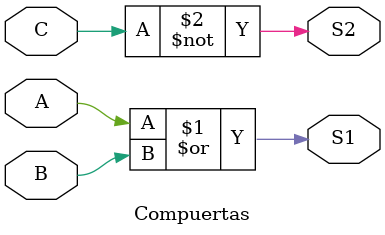
<source format=v>

module Compuertas(

	//Declaración de variables
	input A,
	input B,
	input C,
	
	//Declaración de salidas.
	output S1,
	output S2
	);
	
	//Asignación de operaciones a las salidas.
	assign S1 = A | B; // Operación OR.
	assign S2 = ~C; // Operación NOT
	
endmodule
</source>
